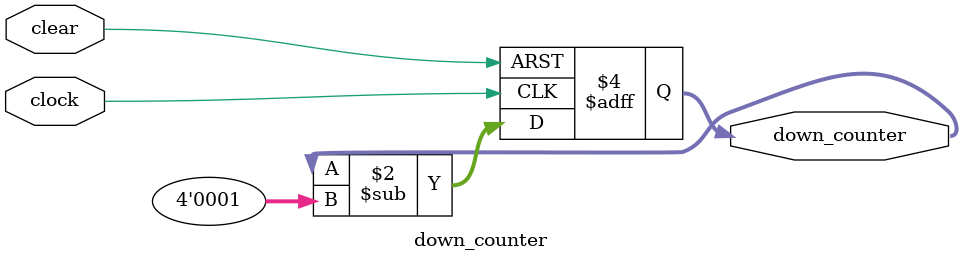
<source format=v>
module up_counter(
    input clock,clear,
    output [3:0] up_counter
);

    reg up_counter = 4'd0;
    always @(posedge clock or posedge clear)
    begin
    
        if(clear)
        up_counter <= 4'd0;

        else
        up_counter <= up_counter + 4'd1;
    end

endmodule

module down_counter (
    input clock,clear,
    output [3:0] down_counter
);

    reg down_counter = 4'd15;
    
    always @(posedge clock or posedge clear)
    begin

        if(clear)
        down_counter <= 4'd0;

        else
        down_counter <= down_counter - 4'd1;

    end
    
endmodule



// module up_down_counter (
//     input enable,clock,clear,
//     output reg [3:0]ud_counter
// );


//     ud_counter <= 4'd15;

//     always @(posedge clock or posedge clear)
//     begin

//         if (clear)
//             ud_counter <= 4'd0;
            
//         else if (enable) 
//             ud_counter <= ud_counter + 4'd1;
        
//         else
//             ud_counter <= ud_counter - 4'd1; 

//     end

// endmodule



</source>
